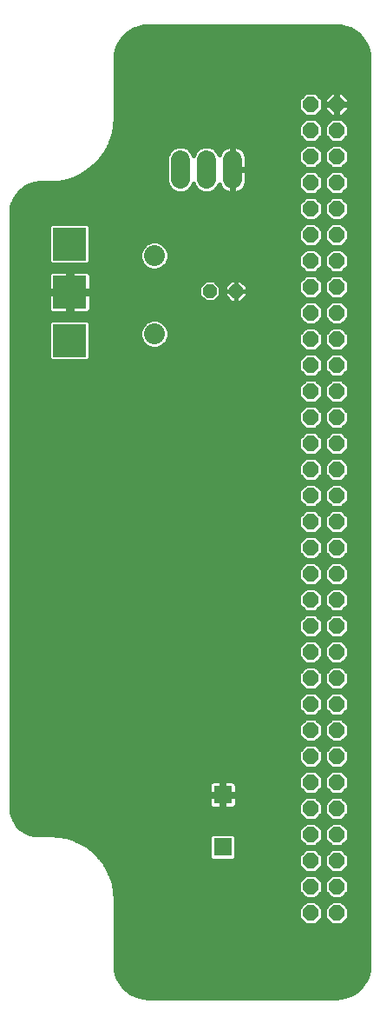
<source format=gbl>
G75*
%MOIN*%
%OFA0B0*%
%FSLAX24Y24*%
%IPPOS*%
%LPD*%
%AMOC8*
5,1,8,0,0,1.08239X$1,22.5*
%
%ADD10OC8,0.0600*%
%ADD11C,0.0740*%
%ADD12OC8,0.0520*%
%ADD13C,0.0800*%
%ADD14R,0.1266X0.1266*%
%ADD15R,0.0709X0.0709*%
%ADD16C,0.0160*%
D10*
X011685Y003430D03*
X011685Y004430D03*
X011685Y005430D03*
X011685Y006430D03*
X011685Y007430D03*
X011685Y008430D03*
X011685Y009430D03*
X011685Y010430D03*
X011685Y011430D03*
X011685Y012430D03*
X011685Y013430D03*
X011685Y014430D03*
X011685Y015430D03*
X011685Y016430D03*
X011685Y017430D03*
X011685Y018430D03*
X011685Y019430D03*
X011685Y020430D03*
X011685Y021430D03*
X011685Y022430D03*
X011685Y023430D03*
X011685Y024430D03*
X011685Y025430D03*
X011685Y026430D03*
X011685Y027430D03*
X011685Y028430D03*
X011685Y029430D03*
X011685Y030430D03*
X011685Y031430D03*
X011685Y032430D03*
X011685Y033430D03*
X011685Y034430D03*
X012685Y034430D03*
X012685Y033430D03*
X012685Y032430D03*
X012685Y031430D03*
X012685Y030430D03*
X012685Y029430D03*
X012685Y028430D03*
X012685Y027430D03*
X012685Y026430D03*
X012685Y025430D03*
X012685Y024430D03*
X012685Y023430D03*
X012685Y022430D03*
X012685Y021430D03*
X012685Y020430D03*
X012685Y019430D03*
X012685Y018430D03*
X012685Y017430D03*
X012685Y016430D03*
X012685Y015430D03*
X012685Y014430D03*
X012685Y013430D03*
X012685Y012430D03*
X012685Y011430D03*
X012685Y010430D03*
X012685Y009430D03*
X012685Y008430D03*
X012685Y007430D03*
X012685Y006430D03*
X012685Y005430D03*
X012685Y004430D03*
X012685Y003430D03*
D11*
X008685Y031560D02*
X008685Y032300D01*
X007685Y032300D02*
X007685Y031560D01*
X006685Y031560D02*
X006685Y032300D01*
D12*
X007815Y027270D03*
X008815Y027270D03*
D13*
X005685Y028630D03*
X005685Y025630D03*
D14*
X002425Y025380D03*
X002425Y027230D03*
X002425Y029080D03*
D15*
X008305Y007950D03*
X008305Y005950D03*
D16*
X002283Y006357D02*
X001987Y006412D01*
X001685Y006430D01*
X001185Y006430D01*
X001043Y006440D01*
X000903Y006471D01*
X000770Y006520D01*
X000645Y006589D01*
X000530Y006674D01*
X000429Y006775D01*
X000344Y006889D01*
X000276Y007015D01*
X000226Y007148D01*
X000195Y007288D01*
X000185Y007430D01*
X000185Y030180D01*
X000182Y030348D01*
X000202Y030515D01*
X000248Y030677D01*
X000316Y030830D01*
X000406Y030972D01*
X000516Y031099D01*
X000643Y031209D01*
X000785Y031299D01*
X000938Y031368D01*
X001100Y031413D01*
X001267Y031434D01*
X001435Y031430D01*
X001734Y031419D01*
X002031Y031444D01*
X002324Y031504D01*
X002607Y031599D01*
X002877Y031726D01*
X003131Y031884D01*
X003363Y032072D01*
X003572Y032285D01*
X003754Y032522D01*
X003906Y032779D01*
X004027Y033052D01*
X004114Y033338D01*
X004167Y033632D01*
X004185Y033930D01*
X004185Y036180D01*
X004198Y036358D01*
X004236Y036532D01*
X004298Y036699D01*
X004384Y036856D01*
X004490Y036999D01*
X004617Y037125D01*
X004759Y037232D01*
X004916Y037317D01*
X005083Y037379D01*
X005257Y037417D01*
X005435Y037430D01*
X012685Y037430D01*
X012863Y037417D01*
X013037Y037379D01*
X013204Y037317D01*
X013361Y037232D01*
X013504Y037125D01*
X013630Y036999D01*
X013737Y036856D01*
X013822Y036699D01*
X013885Y036532D01*
X013922Y036358D01*
X013935Y036180D01*
X013935Y001430D01*
X013922Y001252D01*
X013885Y001078D01*
X013822Y000911D01*
X013737Y000754D01*
X013630Y000611D01*
X013504Y000485D01*
X013361Y000378D01*
X013204Y000293D01*
X013037Y000231D01*
X012863Y000193D01*
X012685Y000180D01*
X005435Y000180D01*
X005257Y000193D01*
X005083Y000231D01*
X004916Y000293D01*
X004759Y000378D01*
X004617Y000485D01*
X004490Y000611D01*
X004384Y000754D01*
X004298Y000911D01*
X004236Y001078D01*
X004198Y001252D01*
X004185Y001430D01*
X004185Y003930D01*
X004167Y004231D01*
X004113Y004528D01*
X004023Y004817D01*
X003899Y005092D01*
X003743Y005350D01*
X003556Y005588D01*
X003343Y005801D01*
X003105Y005987D01*
X002847Y006144D01*
X002572Y006268D01*
X002283Y006357D01*
X002207Y006371D02*
X007792Y006371D01*
X007791Y006371D02*
X007791Y005529D01*
X007885Y005436D01*
X008726Y005436D01*
X008820Y005529D01*
X008820Y006371D01*
X008726Y006464D01*
X007885Y006464D01*
X007791Y006371D01*
X007791Y006213D02*
X002693Y006213D01*
X002995Y006054D02*
X007791Y006054D01*
X007791Y005896D02*
X003222Y005896D01*
X003407Y005737D02*
X007791Y005737D01*
X007791Y005579D02*
X003563Y005579D01*
X003688Y005420D02*
X011225Y005420D01*
X011225Y005262D02*
X003796Y005262D01*
X003892Y005103D02*
X011361Y005103D01*
X011495Y004970D02*
X011225Y005239D01*
X011225Y005621D01*
X011495Y005890D01*
X011876Y005890D01*
X012145Y005621D01*
X012145Y005239D01*
X011876Y004970D01*
X011495Y004970D01*
X011495Y004890D02*
X011225Y004621D01*
X011225Y004239D01*
X011495Y003970D01*
X011876Y003970D01*
X012145Y004239D01*
X012145Y004621D01*
X011876Y004890D01*
X011495Y004890D01*
X011391Y004786D02*
X004032Y004786D01*
X004081Y004628D02*
X011233Y004628D01*
X011225Y004469D02*
X004123Y004469D01*
X004152Y004311D02*
X011225Y004311D01*
X011312Y004152D02*
X004172Y004152D01*
X004181Y003994D02*
X011471Y003994D01*
X011495Y003890D02*
X011225Y003621D01*
X011225Y003239D01*
X011495Y002970D01*
X011876Y002970D01*
X012145Y003239D01*
X012145Y003621D01*
X011876Y003890D01*
X011495Y003890D01*
X011440Y003835D02*
X004185Y003835D01*
X004185Y003677D02*
X011282Y003677D01*
X011225Y003518D02*
X004185Y003518D01*
X004185Y003360D02*
X011225Y003360D01*
X011263Y003201D02*
X004185Y003201D01*
X004185Y003043D02*
X011422Y003043D01*
X011949Y003043D02*
X012422Y003043D01*
X012495Y002970D02*
X012876Y002970D01*
X013145Y003239D01*
X013145Y003621D01*
X012876Y003890D01*
X012495Y003890D01*
X012225Y003621D01*
X012225Y003239D01*
X012495Y002970D01*
X012263Y003201D02*
X012107Y003201D01*
X012145Y003360D02*
X012225Y003360D01*
X012225Y003518D02*
X012145Y003518D01*
X012089Y003677D02*
X012282Y003677D01*
X012440Y003835D02*
X011930Y003835D01*
X011900Y003994D02*
X012471Y003994D01*
X012495Y003970D02*
X012876Y003970D01*
X013145Y004239D01*
X013145Y004621D01*
X012876Y004890D01*
X012495Y004890D01*
X012225Y004621D01*
X012225Y004239D01*
X012495Y003970D01*
X012312Y004152D02*
X012058Y004152D01*
X012145Y004311D02*
X012225Y004311D01*
X012225Y004469D02*
X012145Y004469D01*
X012138Y004628D02*
X012233Y004628D01*
X012391Y004786D02*
X011979Y004786D01*
X012009Y005103D02*
X012361Y005103D01*
X012495Y004970D02*
X012225Y005239D01*
X012225Y005621D01*
X012495Y005890D01*
X012876Y005890D01*
X013145Y005621D01*
X013145Y005239D01*
X012876Y004970D01*
X012495Y004970D01*
X012225Y005262D02*
X012145Y005262D01*
X012145Y005420D02*
X012225Y005420D01*
X012225Y005579D02*
X012145Y005579D01*
X012028Y005737D02*
X012342Y005737D01*
X012495Y005970D02*
X012225Y006239D01*
X012225Y006621D01*
X012495Y006890D01*
X012876Y006890D01*
X013145Y006621D01*
X013145Y006239D01*
X012876Y005970D01*
X012495Y005970D01*
X012410Y006054D02*
X011960Y006054D01*
X011876Y005970D02*
X012145Y006239D01*
X012145Y006621D01*
X011876Y006890D01*
X011495Y006890D01*
X011225Y006621D01*
X011225Y006239D01*
X011495Y005970D01*
X011876Y005970D01*
X012119Y006213D02*
X012252Y006213D01*
X012225Y006371D02*
X012145Y006371D01*
X012145Y006530D02*
X012225Y006530D01*
X012293Y006688D02*
X012077Y006688D01*
X011919Y006847D02*
X012452Y006847D01*
X012495Y006970D02*
X012876Y006970D01*
X013145Y007239D01*
X013145Y007621D01*
X012876Y007890D01*
X012495Y007890D01*
X012225Y007621D01*
X012225Y007239D01*
X012495Y006970D01*
X012459Y007005D02*
X011911Y007005D01*
X011876Y006970D02*
X012145Y007239D01*
X012145Y007621D01*
X011876Y007890D01*
X011495Y007890D01*
X011225Y007621D01*
X011225Y007239D01*
X011495Y006970D01*
X011876Y006970D01*
X012070Y007164D02*
X012301Y007164D01*
X012225Y007322D02*
X012145Y007322D01*
X012145Y007481D02*
X012225Y007481D01*
X012244Y007639D02*
X012126Y007639D01*
X011968Y007798D02*
X012403Y007798D01*
X012495Y007970D02*
X012225Y008239D01*
X012225Y008621D01*
X012495Y008890D01*
X012876Y008890D01*
X013145Y008621D01*
X013145Y008239D01*
X012876Y007970D01*
X012495Y007970D01*
X012350Y008115D02*
X012021Y008115D01*
X012145Y008239D02*
X012145Y008621D01*
X011876Y008890D01*
X011495Y008890D01*
X011225Y008621D01*
X011225Y008239D01*
X011495Y007970D01*
X011876Y007970D01*
X012145Y008239D01*
X012145Y008273D02*
X012225Y008273D01*
X012225Y008432D02*
X012145Y008432D01*
X012145Y008590D02*
X012225Y008590D01*
X012354Y008749D02*
X012017Y008749D01*
X011876Y008970D02*
X012145Y009239D01*
X012145Y009621D01*
X011876Y009890D01*
X011495Y009890D01*
X011225Y009621D01*
X011225Y009239D01*
X011495Y008970D01*
X011876Y008970D01*
X011972Y009066D02*
X012399Y009066D01*
X012495Y008970D02*
X012876Y008970D01*
X013145Y009239D01*
X013145Y009621D01*
X012876Y009890D01*
X012495Y009890D01*
X012225Y009621D01*
X012225Y009239D01*
X012495Y008970D01*
X012240Y009224D02*
X012130Y009224D01*
X012145Y009383D02*
X012225Y009383D01*
X012225Y009541D02*
X012145Y009541D01*
X012066Y009700D02*
X012305Y009700D01*
X012463Y009858D02*
X011907Y009858D01*
X011876Y009970D02*
X012145Y010239D01*
X012145Y010621D01*
X011876Y010890D01*
X011495Y010890D01*
X011225Y010621D01*
X011225Y010239D01*
X011495Y009970D01*
X011876Y009970D01*
X011923Y010017D02*
X012448Y010017D01*
X012495Y009970D02*
X012876Y009970D01*
X013145Y010239D01*
X013145Y010621D01*
X012876Y010890D01*
X012495Y010890D01*
X012225Y010621D01*
X012225Y010239D01*
X012495Y009970D01*
X012289Y010175D02*
X012081Y010175D01*
X012145Y010334D02*
X012225Y010334D01*
X012225Y010492D02*
X012145Y010492D01*
X012115Y010651D02*
X012256Y010651D01*
X012414Y010809D02*
X011956Y010809D01*
X011876Y010970D02*
X012145Y011239D01*
X012145Y011621D01*
X011876Y011890D01*
X011495Y011890D01*
X011225Y011621D01*
X011225Y011239D01*
X011495Y010970D01*
X011876Y010970D01*
X012032Y011126D02*
X012338Y011126D01*
X012225Y011239D02*
X012225Y011621D01*
X012495Y011890D01*
X012876Y011890D01*
X013145Y011621D01*
X013145Y011239D01*
X012876Y010970D01*
X012495Y010970D01*
X012225Y011239D01*
X012225Y011285D02*
X012145Y011285D01*
X012145Y011443D02*
X012225Y011443D01*
X012225Y011602D02*
X012145Y011602D01*
X012005Y011760D02*
X012365Y011760D01*
X012495Y011970D02*
X012225Y012239D01*
X012225Y012621D01*
X012495Y012890D01*
X012876Y012890D01*
X013145Y012621D01*
X013145Y012239D01*
X012876Y011970D01*
X012495Y011970D01*
X012387Y012077D02*
X011983Y012077D01*
X011876Y011970D02*
X012145Y012239D01*
X012145Y012621D01*
X011876Y012890D01*
X011495Y012890D01*
X011225Y012621D01*
X011225Y012239D01*
X011495Y011970D01*
X011876Y011970D01*
X012142Y012236D02*
X012229Y012236D01*
X012225Y012394D02*
X012145Y012394D01*
X012145Y012553D02*
X012225Y012553D01*
X012316Y012711D02*
X012054Y012711D01*
X011896Y012870D02*
X012475Y012870D01*
X012495Y012970D02*
X012876Y012970D01*
X013145Y013239D01*
X013145Y013621D01*
X012876Y013890D01*
X012495Y013890D01*
X012225Y013621D01*
X012225Y013239D01*
X012495Y012970D01*
X012436Y013028D02*
X011934Y013028D01*
X011876Y012970D02*
X012145Y013239D01*
X012145Y013621D01*
X011876Y013890D01*
X011495Y013890D01*
X011225Y013621D01*
X011225Y013239D01*
X011495Y012970D01*
X011876Y012970D01*
X012093Y013187D02*
X012278Y013187D01*
X012225Y013345D02*
X012145Y013345D01*
X012145Y013504D02*
X012225Y013504D01*
X012267Y013662D02*
X012103Y013662D01*
X011945Y013821D02*
X012426Y013821D01*
X012495Y013970D02*
X012876Y013970D01*
X013145Y014239D01*
X013145Y014621D01*
X012876Y014890D01*
X012495Y014890D01*
X012225Y014621D01*
X012225Y014239D01*
X012495Y013970D01*
X012485Y013979D02*
X011885Y013979D01*
X011876Y013970D02*
X012145Y014239D01*
X012145Y014621D01*
X011876Y014890D01*
X011495Y014890D01*
X011225Y014621D01*
X011225Y014239D01*
X011495Y013970D01*
X011876Y013970D01*
X012044Y014138D02*
X012327Y014138D01*
X012225Y014296D02*
X012145Y014296D01*
X012145Y014455D02*
X012225Y014455D01*
X012225Y014613D02*
X012145Y014613D01*
X011994Y014772D02*
X012377Y014772D01*
X012495Y014970D02*
X012225Y015239D01*
X012225Y015621D01*
X012495Y015890D01*
X012876Y015890D01*
X013145Y015621D01*
X013145Y015239D01*
X012876Y014970D01*
X012495Y014970D01*
X012376Y015089D02*
X011995Y015089D01*
X011876Y014970D02*
X012145Y015239D01*
X012145Y015621D01*
X011876Y015890D01*
X011495Y015890D01*
X011225Y015621D01*
X011225Y015239D01*
X011495Y014970D01*
X011876Y014970D01*
X012145Y015247D02*
X012225Y015247D01*
X012225Y015406D02*
X012145Y015406D01*
X012145Y015564D02*
X012225Y015564D01*
X012328Y015723D02*
X012043Y015723D01*
X011884Y015881D02*
X012486Y015881D01*
X012495Y015970D02*
X012876Y015970D01*
X013145Y016239D01*
X013145Y016621D01*
X012876Y016890D01*
X012495Y016890D01*
X012225Y016621D01*
X012225Y016239D01*
X012495Y015970D01*
X012425Y016040D02*
X011946Y016040D01*
X011876Y015970D02*
X012145Y016239D01*
X012145Y016621D01*
X011876Y016890D01*
X011495Y016890D01*
X011225Y016621D01*
X011225Y016239D01*
X011495Y015970D01*
X011876Y015970D01*
X012104Y016198D02*
X012266Y016198D01*
X012225Y016357D02*
X012145Y016357D01*
X012145Y016515D02*
X012225Y016515D01*
X012279Y016674D02*
X012092Y016674D01*
X011933Y016832D02*
X012437Y016832D01*
X012495Y016970D02*
X012876Y016970D01*
X013145Y017239D01*
X013145Y017621D01*
X012876Y017890D01*
X012495Y017890D01*
X012225Y017621D01*
X012225Y017239D01*
X012495Y016970D01*
X012474Y016991D02*
X011897Y016991D01*
X011876Y016970D02*
X012145Y017239D01*
X012145Y017621D01*
X011876Y017890D01*
X011495Y017890D01*
X011225Y017621D01*
X011225Y017239D01*
X011495Y016970D01*
X011876Y016970D01*
X012055Y017149D02*
X012315Y017149D01*
X012225Y017308D02*
X012145Y017308D01*
X012145Y017466D02*
X012225Y017466D01*
X012230Y017625D02*
X012141Y017625D01*
X011982Y017783D02*
X012388Y017783D01*
X012495Y017970D02*
X012225Y018239D01*
X012225Y018621D01*
X012495Y018890D01*
X012876Y018890D01*
X013145Y018621D01*
X013145Y018239D01*
X012876Y017970D01*
X012495Y017970D01*
X012364Y018100D02*
X012006Y018100D01*
X011876Y017970D02*
X012145Y018239D01*
X012145Y018621D01*
X011876Y018890D01*
X011495Y018890D01*
X011225Y018621D01*
X011225Y018239D01*
X011495Y017970D01*
X011876Y017970D01*
X012145Y018259D02*
X012225Y018259D01*
X012225Y018417D02*
X012145Y018417D01*
X012145Y018576D02*
X012225Y018576D01*
X012339Y018734D02*
X012031Y018734D01*
X011876Y018970D02*
X012145Y019239D01*
X012145Y019621D01*
X011876Y019890D01*
X011495Y019890D01*
X011225Y019621D01*
X011225Y019239D01*
X011495Y018970D01*
X011876Y018970D01*
X011957Y019051D02*
X012413Y019051D01*
X012495Y018970D02*
X012225Y019239D01*
X012225Y019621D01*
X012495Y019890D01*
X012876Y019890D01*
X013145Y019621D01*
X013145Y019239D01*
X012876Y018970D01*
X012495Y018970D01*
X012255Y019210D02*
X012116Y019210D01*
X012145Y019368D02*
X012225Y019368D01*
X012225Y019527D02*
X012145Y019527D01*
X012080Y019685D02*
X012290Y019685D01*
X012449Y019844D02*
X011922Y019844D01*
X011876Y019970D02*
X012145Y020239D01*
X012145Y020621D01*
X011876Y020890D01*
X011495Y020890D01*
X011225Y020621D01*
X011225Y020239D01*
X011495Y019970D01*
X011876Y019970D01*
X011908Y020002D02*
X012462Y020002D01*
X012495Y019970D02*
X012876Y019970D01*
X013145Y020239D01*
X013145Y020621D01*
X012876Y020890D01*
X012495Y020890D01*
X012225Y020621D01*
X012225Y020239D01*
X012495Y019970D01*
X012304Y020161D02*
X012067Y020161D01*
X012145Y020319D02*
X012225Y020319D01*
X012225Y020478D02*
X012145Y020478D01*
X012129Y020636D02*
X012241Y020636D01*
X012400Y020795D02*
X011971Y020795D01*
X011876Y020970D02*
X012145Y021239D01*
X012145Y021621D01*
X011876Y021890D01*
X011495Y021890D01*
X011225Y021621D01*
X011225Y021239D01*
X011495Y020970D01*
X011876Y020970D01*
X012018Y021112D02*
X012353Y021112D01*
X012225Y021239D02*
X012225Y021621D01*
X012495Y021890D01*
X012876Y021890D01*
X013145Y021621D01*
X013145Y021239D01*
X012876Y020970D01*
X012495Y020970D01*
X012225Y021239D01*
X012225Y021270D02*
X012145Y021270D01*
X012145Y021429D02*
X012225Y021429D01*
X012225Y021587D02*
X012145Y021587D01*
X012020Y021746D02*
X012351Y021746D01*
X012495Y021970D02*
X012876Y021970D01*
X013145Y022239D01*
X013145Y022621D01*
X012876Y022890D01*
X012495Y022890D01*
X012225Y022621D01*
X012225Y022239D01*
X012495Y021970D01*
X012402Y022063D02*
X011969Y022063D01*
X011876Y021970D02*
X012145Y022239D01*
X012145Y022621D01*
X011876Y022890D01*
X011495Y022890D01*
X011225Y022621D01*
X011225Y022239D01*
X011495Y021970D01*
X011876Y021970D01*
X012127Y022221D02*
X012243Y022221D01*
X012225Y022380D02*
X012145Y022380D01*
X012145Y022538D02*
X012225Y022538D01*
X012302Y022697D02*
X012069Y022697D01*
X011910Y022855D02*
X012460Y022855D01*
X012495Y022970D02*
X012876Y022970D01*
X013145Y023239D01*
X013145Y023621D01*
X012876Y023890D01*
X012495Y023890D01*
X012225Y023621D01*
X012225Y023239D01*
X012495Y022970D01*
X012451Y023014D02*
X011920Y023014D01*
X011876Y022970D02*
X012145Y023239D01*
X012145Y023621D01*
X011876Y023890D01*
X011495Y023890D01*
X011225Y023621D01*
X011225Y023239D01*
X011495Y022970D01*
X011876Y022970D01*
X012078Y023172D02*
X012292Y023172D01*
X012225Y023331D02*
X012145Y023331D01*
X012145Y023489D02*
X012225Y023489D01*
X012253Y023648D02*
X012118Y023648D01*
X011959Y023806D02*
X012411Y023806D01*
X012495Y023970D02*
X012225Y024239D01*
X012225Y024621D01*
X012495Y024890D01*
X012876Y024890D01*
X013145Y024621D01*
X013145Y024239D01*
X012876Y023970D01*
X012495Y023970D01*
X012341Y024123D02*
X012029Y024123D01*
X012145Y024239D02*
X011876Y023970D01*
X011495Y023970D01*
X011225Y024239D01*
X011225Y024621D01*
X011495Y024890D01*
X011876Y024890D01*
X012145Y024621D01*
X012145Y024239D01*
X012145Y024282D02*
X012225Y024282D01*
X012225Y024440D02*
X012145Y024440D01*
X012145Y024599D02*
X012225Y024599D01*
X012362Y024757D02*
X012008Y024757D01*
X011876Y024970D02*
X012145Y025239D01*
X012145Y025621D01*
X011876Y025890D01*
X011495Y025890D01*
X011225Y025621D01*
X011225Y025239D01*
X011495Y024970D01*
X011876Y024970D01*
X011980Y025074D02*
X012390Y025074D01*
X012495Y024970D02*
X012225Y025239D01*
X012225Y025621D01*
X012495Y025890D01*
X012876Y025890D01*
X013145Y025621D01*
X013145Y025239D01*
X012876Y024970D01*
X012495Y024970D01*
X012232Y025233D02*
X012139Y025233D01*
X012145Y025391D02*
X012225Y025391D01*
X012225Y025550D02*
X012145Y025550D01*
X012057Y025708D02*
X012313Y025708D01*
X012472Y025867D02*
X011899Y025867D01*
X011876Y025970D02*
X012145Y026239D01*
X012145Y026621D01*
X011876Y026890D01*
X011495Y026890D01*
X011225Y026621D01*
X011225Y026239D01*
X011495Y025970D01*
X011876Y025970D01*
X011931Y026025D02*
X012439Y026025D01*
X012495Y025970D02*
X012876Y025970D01*
X013145Y026239D01*
X013145Y026621D01*
X012876Y026890D01*
X012495Y026890D01*
X012225Y026621D01*
X012225Y026239D01*
X012495Y025970D01*
X012281Y026184D02*
X012090Y026184D01*
X012145Y026342D02*
X012225Y026342D01*
X012225Y026501D02*
X012145Y026501D01*
X012106Y026659D02*
X012264Y026659D01*
X012423Y026818D02*
X011948Y026818D01*
X011876Y026970D02*
X012145Y027239D01*
X012145Y027621D01*
X011876Y027890D01*
X011495Y027890D01*
X011225Y027621D01*
X011225Y027239D01*
X011495Y026970D01*
X011876Y026970D01*
X011882Y026976D02*
X012488Y026976D01*
X012495Y026970D02*
X012876Y026970D01*
X013145Y027239D01*
X013145Y027621D01*
X012876Y027890D01*
X012495Y027890D01*
X012225Y027621D01*
X012225Y027239D01*
X012495Y026970D01*
X012330Y027135D02*
X012041Y027135D01*
X012145Y027293D02*
X012225Y027293D01*
X012225Y027452D02*
X012145Y027452D01*
X012145Y027610D02*
X012225Y027610D01*
X012374Y027769D02*
X011997Y027769D01*
X011876Y027970D02*
X012145Y028239D01*
X012145Y028621D01*
X011876Y028890D01*
X011495Y028890D01*
X011225Y028621D01*
X011225Y028239D01*
X011495Y027970D01*
X011876Y027970D01*
X011992Y028086D02*
X012379Y028086D01*
X012495Y027970D02*
X012225Y028239D01*
X012225Y028621D01*
X012495Y028890D01*
X012876Y028890D01*
X013145Y028621D01*
X013145Y028239D01*
X012876Y027970D01*
X012495Y027970D01*
X012225Y028244D02*
X012145Y028244D01*
X012145Y028403D02*
X012225Y028403D01*
X012225Y028561D02*
X012145Y028561D01*
X012046Y028720D02*
X012325Y028720D01*
X012483Y028878D02*
X011887Y028878D01*
X011876Y028970D02*
X012145Y029239D01*
X012145Y029621D01*
X011876Y029890D01*
X011495Y029890D01*
X011225Y029621D01*
X011225Y029239D01*
X011495Y028970D01*
X011876Y028970D01*
X011943Y029037D02*
X012428Y029037D01*
X012495Y028970D02*
X012876Y028970D01*
X013145Y029239D01*
X013145Y029621D01*
X012876Y029890D01*
X012495Y029890D01*
X012225Y029621D01*
X012225Y029239D01*
X012495Y028970D01*
X012269Y029195D02*
X012101Y029195D01*
X012145Y029354D02*
X012225Y029354D01*
X012225Y029512D02*
X012145Y029512D01*
X012095Y029671D02*
X012276Y029671D01*
X012434Y029829D02*
X011936Y029829D01*
X011876Y029970D02*
X012145Y030239D01*
X012145Y030621D01*
X011876Y030890D01*
X011495Y030890D01*
X011225Y030621D01*
X011225Y030239D01*
X011495Y029970D01*
X011876Y029970D01*
X011894Y029988D02*
X012477Y029988D01*
X012495Y029970D02*
X012876Y029970D01*
X013145Y030239D01*
X013145Y030621D01*
X012876Y030890D01*
X012495Y030890D01*
X012225Y030621D01*
X012225Y030239D01*
X012495Y029970D01*
X012318Y030146D02*
X012052Y030146D01*
X012145Y030305D02*
X012225Y030305D01*
X012225Y030463D02*
X012145Y030463D01*
X012144Y030622D02*
X012227Y030622D01*
X012385Y030780D02*
X011985Y030780D01*
X011876Y030970D02*
X012145Y031239D01*
X012145Y031621D01*
X011876Y031890D01*
X012495Y031890D01*
X012225Y031621D01*
X012225Y031239D01*
X012495Y030970D01*
X012876Y030970D01*
X013145Y031239D01*
X013145Y031621D01*
X012876Y031890D01*
X013935Y031890D01*
X013935Y032048D02*
X012954Y032048D01*
X012876Y031970D02*
X013145Y032239D01*
X013145Y032621D01*
X012876Y032890D01*
X012495Y032890D01*
X012225Y032621D01*
X012225Y032239D01*
X012495Y031970D01*
X012876Y031970D01*
X012876Y031890D02*
X012495Y031890D01*
X012416Y032048D02*
X011954Y032048D01*
X011876Y031970D02*
X012145Y032239D01*
X012145Y032621D01*
X011876Y032890D01*
X011495Y032890D01*
X011225Y032621D01*
X011225Y032239D01*
X011495Y031970D01*
X011876Y031970D01*
X011876Y031890D02*
X011495Y031890D01*
X011225Y031621D01*
X011225Y031239D01*
X011495Y030970D01*
X011876Y030970D01*
X012003Y031097D02*
X012367Y031097D01*
X012225Y031256D02*
X012145Y031256D01*
X012145Y031414D02*
X012225Y031414D01*
X012225Y031573D02*
X012145Y031573D01*
X012034Y031731D02*
X012336Y031731D01*
X012258Y032207D02*
X012113Y032207D01*
X012145Y032365D02*
X012225Y032365D01*
X012225Y032524D02*
X012145Y032524D01*
X012083Y032682D02*
X012287Y032682D01*
X012446Y032841D02*
X011925Y032841D01*
X011876Y032970D02*
X012145Y033239D01*
X012145Y033621D01*
X011876Y033890D01*
X011495Y033890D01*
X011225Y033621D01*
X011225Y033239D01*
X011495Y032970D01*
X011876Y032970D01*
X011905Y032999D02*
X012465Y032999D01*
X012495Y032970D02*
X012876Y032970D01*
X013145Y033239D01*
X013145Y033621D01*
X012876Y033890D01*
X012495Y033890D01*
X012225Y033621D01*
X012225Y033239D01*
X012495Y032970D01*
X012307Y033158D02*
X012064Y033158D01*
X012145Y033316D02*
X012225Y033316D01*
X012225Y033475D02*
X012145Y033475D01*
X012132Y033633D02*
X012238Y033633D01*
X012397Y033792D02*
X011974Y033792D01*
X011876Y033970D02*
X012145Y034239D01*
X012145Y034621D01*
X011876Y034890D01*
X011495Y034890D01*
X011225Y034621D01*
X011225Y034239D01*
X011495Y033970D01*
X011876Y033970D01*
X012015Y034109D02*
X012327Y034109D01*
X012205Y034231D02*
X012486Y033950D01*
X012665Y033950D01*
X012665Y034410D01*
X012205Y034410D01*
X012205Y034231D01*
X012205Y034267D02*
X012145Y034267D01*
X012145Y034426D02*
X012665Y034426D01*
X012665Y034410D02*
X012665Y034450D01*
X012205Y034450D01*
X012205Y034629D01*
X012486Y034910D01*
X012665Y034910D01*
X012665Y034450D01*
X012705Y034450D01*
X012705Y034910D01*
X012884Y034910D01*
X013165Y034629D01*
X013165Y034450D01*
X012705Y034450D01*
X012705Y034410D01*
X012705Y033950D01*
X012884Y033950D01*
X013165Y034231D01*
X013165Y034410D01*
X012705Y034410D01*
X012665Y034410D01*
X012705Y034426D02*
X013935Y034426D01*
X013935Y034584D02*
X013165Y034584D01*
X013051Y034743D02*
X013935Y034743D01*
X013935Y034901D02*
X012893Y034901D01*
X012705Y034901D02*
X012665Y034901D01*
X012665Y034743D02*
X012705Y034743D01*
X012705Y034584D02*
X012665Y034584D01*
X012665Y034267D02*
X012705Y034267D01*
X012705Y034109D02*
X012665Y034109D01*
X012665Y033950D02*
X012705Y033950D01*
X012884Y033950D02*
X013935Y033950D01*
X013935Y033792D02*
X012974Y033792D01*
X013043Y034109D02*
X013935Y034109D01*
X013935Y034267D02*
X013165Y034267D01*
X013132Y033633D02*
X013935Y033633D01*
X013935Y033475D02*
X013145Y033475D01*
X013145Y033316D02*
X013935Y033316D01*
X013935Y033158D02*
X013064Y033158D01*
X012905Y032999D02*
X013935Y032999D01*
X013935Y032841D02*
X012925Y032841D01*
X013083Y032682D02*
X013935Y032682D01*
X013935Y032524D02*
X013145Y032524D01*
X013145Y032365D02*
X013935Y032365D01*
X013935Y032207D02*
X013113Y032207D01*
X013034Y031731D02*
X013935Y031731D01*
X013935Y031573D02*
X013145Y031573D01*
X013145Y031414D02*
X013935Y031414D01*
X013935Y031256D02*
X013145Y031256D01*
X013003Y031097D02*
X013935Y031097D01*
X013935Y030939D02*
X000385Y030939D01*
X000294Y030780D02*
X011385Y030780D01*
X011227Y030622D02*
X000232Y030622D01*
X000196Y030463D02*
X011225Y030463D01*
X011225Y030305D02*
X000182Y030305D01*
X000185Y030146D02*
X011318Y030146D01*
X011477Y029988D02*
X000185Y029988D01*
X000185Y029829D02*
X001682Y029829D01*
X001726Y029873D02*
X001632Y029779D01*
X001632Y028381D01*
X001726Y028287D01*
X003125Y028287D01*
X003218Y028381D01*
X003218Y029779D01*
X003125Y029873D01*
X001726Y029873D01*
X001632Y029671D02*
X000185Y029671D01*
X000185Y029512D02*
X001632Y029512D01*
X001632Y029354D02*
X000185Y029354D01*
X000185Y029195D02*
X001632Y029195D01*
X001632Y029037D02*
X000185Y029037D01*
X000185Y028878D02*
X001632Y028878D01*
X001632Y028720D02*
X000185Y028720D01*
X000185Y028561D02*
X001632Y028561D01*
X001632Y028403D02*
X000185Y028403D01*
X000185Y028244D02*
X005279Y028244D01*
X005210Y028313D02*
X005368Y028155D01*
X005574Y028070D01*
X005797Y028070D01*
X006002Y028155D01*
X006160Y028313D01*
X006245Y028519D01*
X006245Y028741D01*
X006160Y028947D01*
X006002Y029105D01*
X005797Y029190D01*
X005574Y029190D01*
X005368Y029105D01*
X005210Y028947D01*
X005125Y028741D01*
X005125Y028519D01*
X005210Y028313D01*
X005173Y028403D02*
X003218Y028403D01*
X003218Y028561D02*
X005125Y028561D01*
X005125Y028720D02*
X003218Y028720D01*
X003218Y028878D02*
X005182Y028878D01*
X005300Y029037D02*
X003218Y029037D01*
X003218Y029195D02*
X011269Y029195D01*
X011225Y029354D02*
X003218Y029354D01*
X003218Y029512D02*
X011225Y029512D01*
X011276Y029671D02*
X003218Y029671D01*
X003168Y029829D02*
X011434Y029829D01*
X011428Y029037D02*
X006070Y029037D01*
X006188Y028878D02*
X011483Y028878D01*
X011325Y028720D02*
X006245Y028720D01*
X006245Y028561D02*
X011225Y028561D01*
X011225Y028403D02*
X006197Y028403D01*
X006092Y028244D02*
X011225Y028244D01*
X011379Y028086D02*
X005835Y028086D01*
X005535Y028086D02*
X000185Y028086D01*
X000185Y027927D02*
X001623Y027927D01*
X001624Y027933D02*
X001612Y027887D01*
X001612Y027310D01*
X002345Y027310D01*
X002345Y027150D01*
X001612Y027150D01*
X001612Y026573D01*
X001624Y026527D01*
X001648Y026486D01*
X001682Y026453D01*
X001723Y026429D01*
X001768Y026417D01*
X002345Y026417D01*
X002345Y027150D01*
X002505Y027150D01*
X002505Y026417D01*
X003082Y026417D01*
X003128Y026429D01*
X003169Y026453D01*
X003202Y026486D01*
X003226Y026527D01*
X003238Y026573D01*
X003238Y027150D01*
X002505Y027150D01*
X002505Y027310D01*
X002345Y027310D01*
X002345Y028043D01*
X001768Y028043D01*
X001723Y028031D01*
X001682Y028007D01*
X001648Y027974D01*
X001624Y027933D01*
X001612Y027769D02*
X000185Y027769D01*
X000185Y027610D02*
X001612Y027610D01*
X001612Y027452D02*
X000185Y027452D01*
X000185Y027293D02*
X002345Y027293D01*
X002345Y027135D02*
X002505Y027135D01*
X002505Y027293D02*
X007395Y027293D01*
X007395Y027444D02*
X007395Y027096D01*
X007641Y026850D01*
X007989Y026850D01*
X008235Y027096D01*
X008235Y027444D01*
X007989Y027690D01*
X007641Y027690D01*
X007395Y027444D01*
X007403Y027452D02*
X003238Y027452D01*
X003238Y027310D02*
X003238Y027887D01*
X003226Y027933D01*
X003202Y027974D01*
X003169Y028007D01*
X003128Y028031D01*
X003082Y028043D01*
X002505Y028043D01*
X002505Y027310D01*
X003238Y027310D01*
X003238Y027135D02*
X007395Y027135D01*
X007515Y026976D02*
X003238Y026976D01*
X003238Y026818D02*
X011423Y026818D01*
X011488Y026976D02*
X009144Y026976D01*
X009255Y027088D02*
X009255Y027270D01*
X009255Y027452D01*
X011225Y027452D01*
X011225Y027610D02*
X009097Y027610D01*
X008997Y027710D02*
X009255Y027452D01*
X009255Y027293D02*
X011225Y027293D01*
X011330Y027135D02*
X009255Y027135D01*
X009255Y027088D02*
X008997Y026830D01*
X008815Y026830D01*
X008815Y027270D01*
X008375Y027270D01*
X008815Y027270D01*
X008815Y027270D01*
X008815Y027270D01*
X008815Y027710D01*
X008633Y027710D01*
X008375Y027452D01*
X008227Y027452D01*
X008375Y027452D02*
X008375Y027270D01*
X008375Y027088D01*
X008633Y026830D01*
X008815Y026830D01*
X008815Y027270D01*
X008815Y027270D01*
X008815Y027710D01*
X008997Y027710D01*
X008815Y027610D02*
X008815Y027610D01*
X008815Y027452D02*
X008815Y027452D01*
X008815Y027293D02*
X008815Y027293D01*
X008815Y027270D02*
X009255Y027270D01*
X008815Y027270D01*
X008815Y027270D01*
X008815Y027135D02*
X008815Y027135D01*
X008815Y026976D02*
X008815Y026976D01*
X008486Y026976D02*
X008116Y026976D01*
X008235Y027135D02*
X008375Y027135D01*
X008375Y027293D02*
X008235Y027293D01*
X008069Y027610D02*
X008533Y027610D01*
X007562Y027610D02*
X003238Y027610D01*
X003238Y027769D02*
X011374Y027769D01*
X011264Y026659D02*
X003238Y026659D01*
X003211Y026501D02*
X011225Y026501D01*
X011225Y026342D02*
X000185Y026342D01*
X000185Y026184D02*
X005559Y026184D01*
X005574Y026190D02*
X005368Y026105D01*
X005210Y025947D01*
X005125Y025741D01*
X005125Y025519D01*
X005210Y025313D01*
X005368Y025155D01*
X005574Y025070D01*
X005797Y025070D01*
X006002Y025155D01*
X006160Y025313D01*
X006245Y025519D01*
X006245Y025741D01*
X006160Y025947D01*
X006002Y026105D01*
X005797Y026190D01*
X005574Y026190D01*
X005811Y026184D02*
X011281Y026184D01*
X011313Y025708D02*
X006245Y025708D01*
X006245Y025550D02*
X011225Y025550D01*
X011225Y025391D02*
X006193Y025391D01*
X006080Y025233D02*
X011232Y025233D01*
X011390Y025074D02*
X005807Y025074D01*
X005563Y025074D02*
X003218Y025074D01*
X003218Y024916D02*
X013935Y024916D01*
X013935Y025074D02*
X012980Y025074D01*
X013008Y024757D02*
X013935Y024757D01*
X013935Y024599D02*
X013145Y024599D01*
X013145Y024440D02*
X013935Y024440D01*
X013935Y024282D02*
X013145Y024282D01*
X013029Y024123D02*
X013935Y024123D01*
X013935Y023965D02*
X000185Y023965D01*
X000185Y024123D02*
X011341Y024123D01*
X011225Y024282D02*
X000185Y024282D01*
X000185Y024440D02*
X011225Y024440D01*
X011225Y024599D02*
X003137Y024599D01*
X003125Y024587D02*
X003218Y024681D01*
X003218Y026079D01*
X003125Y026173D01*
X001726Y026173D01*
X001632Y026079D01*
X001632Y024681D01*
X001726Y024587D01*
X003125Y024587D01*
X003218Y024757D02*
X011362Y024757D01*
X011411Y023806D02*
X000185Y023806D01*
X000185Y023648D02*
X011253Y023648D01*
X011225Y023489D02*
X000185Y023489D01*
X000185Y023331D02*
X011225Y023331D01*
X011292Y023172D02*
X000185Y023172D01*
X000185Y023014D02*
X011451Y023014D01*
X011460Y022855D02*
X000185Y022855D01*
X000185Y022697D02*
X011302Y022697D01*
X011225Y022538D02*
X000185Y022538D01*
X000185Y022380D02*
X011225Y022380D01*
X011243Y022221D02*
X000185Y022221D01*
X000185Y022063D02*
X011402Y022063D01*
X011351Y021746D02*
X000185Y021746D01*
X000185Y021904D02*
X013935Y021904D01*
X013935Y021746D02*
X013020Y021746D01*
X013145Y021587D02*
X013935Y021587D01*
X013935Y021429D02*
X013145Y021429D01*
X013145Y021270D02*
X013935Y021270D01*
X013935Y021112D02*
X013018Y021112D01*
X012971Y020795D02*
X013935Y020795D01*
X013935Y020953D02*
X000185Y020953D01*
X000185Y020795D02*
X011400Y020795D01*
X011241Y020636D02*
X000185Y020636D01*
X000185Y020478D02*
X011225Y020478D01*
X011225Y020319D02*
X000185Y020319D01*
X000185Y020161D02*
X011304Y020161D01*
X011462Y020002D02*
X000185Y020002D01*
X000185Y019844D02*
X011449Y019844D01*
X011290Y019685D02*
X000185Y019685D01*
X000185Y019527D02*
X011225Y019527D01*
X011225Y019368D02*
X000185Y019368D01*
X000185Y019210D02*
X011255Y019210D01*
X011413Y019051D02*
X000185Y019051D01*
X000185Y018893D02*
X013935Y018893D01*
X013935Y019051D02*
X012957Y019051D01*
X013116Y019210D02*
X013935Y019210D01*
X013935Y019368D02*
X013145Y019368D01*
X013145Y019527D02*
X013935Y019527D01*
X013935Y019685D02*
X013080Y019685D01*
X012922Y019844D02*
X013935Y019844D01*
X013935Y020002D02*
X012908Y020002D01*
X013067Y020161D02*
X013935Y020161D01*
X013935Y020319D02*
X013145Y020319D01*
X013145Y020478D02*
X013935Y020478D01*
X013935Y020636D02*
X013129Y020636D01*
X012969Y022063D02*
X013935Y022063D01*
X013935Y022221D02*
X013127Y022221D01*
X013145Y022380D02*
X013935Y022380D01*
X013935Y022538D02*
X013145Y022538D01*
X013069Y022697D02*
X013935Y022697D01*
X013935Y022855D02*
X012910Y022855D01*
X012920Y023014D02*
X013935Y023014D01*
X013935Y023172D02*
X013078Y023172D01*
X013145Y023331D02*
X013935Y023331D01*
X013935Y023489D02*
X013145Y023489D01*
X013118Y023648D02*
X013935Y023648D01*
X013935Y023806D02*
X012959Y023806D01*
X013139Y025233D02*
X013935Y025233D01*
X013935Y025391D02*
X013145Y025391D01*
X013145Y025550D02*
X013935Y025550D01*
X013935Y025708D02*
X013057Y025708D01*
X012899Y025867D02*
X013935Y025867D01*
X013935Y026025D02*
X012931Y026025D01*
X013090Y026184D02*
X013935Y026184D01*
X013935Y026342D02*
X013145Y026342D01*
X013145Y026501D02*
X013935Y026501D01*
X013935Y026659D02*
X013106Y026659D01*
X012948Y026818D02*
X013935Y026818D01*
X013935Y026976D02*
X012882Y026976D01*
X013041Y027135D02*
X013935Y027135D01*
X013935Y027293D02*
X013145Y027293D01*
X013145Y027452D02*
X013935Y027452D01*
X013935Y027610D02*
X013145Y027610D01*
X012997Y027769D02*
X013935Y027769D01*
X013935Y027927D02*
X003227Y027927D01*
X002505Y027927D02*
X002345Y027927D01*
X002345Y027769D02*
X002505Y027769D01*
X002505Y027610D02*
X002345Y027610D01*
X002345Y027452D02*
X002505Y027452D01*
X002505Y026976D02*
X002345Y026976D01*
X002345Y026818D02*
X002505Y026818D01*
X002505Y026659D02*
X002345Y026659D01*
X002345Y026501D02*
X002505Y026501D01*
X003218Y026025D02*
X005289Y026025D01*
X005177Y025867D02*
X003218Y025867D01*
X003218Y025708D02*
X005125Y025708D01*
X005125Y025550D02*
X003218Y025550D01*
X003218Y025391D02*
X005178Y025391D01*
X005290Y025233D02*
X003218Y025233D01*
X001714Y024599D02*
X000185Y024599D01*
X000185Y024757D02*
X001632Y024757D01*
X001632Y024916D02*
X000185Y024916D01*
X000185Y025074D02*
X001632Y025074D01*
X001632Y025233D02*
X000185Y025233D01*
X000185Y025391D02*
X001632Y025391D01*
X001632Y025550D02*
X000185Y025550D01*
X000185Y025708D02*
X001632Y025708D01*
X001632Y025867D02*
X000185Y025867D01*
X000185Y026025D02*
X001632Y026025D01*
X001640Y026501D02*
X000185Y026501D01*
X000185Y026659D02*
X001612Y026659D01*
X001612Y026818D02*
X000185Y026818D01*
X000185Y026976D02*
X001612Y026976D01*
X001612Y027135D02*
X000185Y027135D01*
X000514Y031097D02*
X006417Y031097D01*
X006385Y031111D02*
X006580Y031030D01*
X006791Y031030D01*
X006985Y031111D01*
X007134Y031260D01*
X007185Y031382D01*
X007236Y031260D01*
X007385Y031111D01*
X007580Y031030D01*
X007791Y031030D01*
X007985Y031111D01*
X008134Y031260D01*
X008174Y031354D01*
X008175Y031349D01*
X008215Y031272D01*
X008266Y031202D01*
X008327Y031140D01*
X008397Y031090D01*
X008474Y031050D01*
X008556Y031024D01*
X008642Y031010D01*
X008655Y031010D01*
X008655Y031900D01*
X008715Y031900D01*
X008715Y031010D01*
X008728Y031010D01*
X008814Y031024D01*
X008896Y031050D01*
X008973Y031090D01*
X009043Y031140D01*
X009105Y031202D01*
X009156Y031272D01*
X009195Y031349D01*
X009222Y031431D01*
X009235Y031517D01*
X009235Y031900D01*
X008715Y031900D01*
X008715Y031960D01*
X008655Y031960D01*
X008655Y032850D01*
X008642Y032850D01*
X008556Y032836D01*
X008474Y032810D01*
X008397Y032770D01*
X008327Y032720D01*
X008266Y032658D01*
X008215Y032588D01*
X008175Y032511D01*
X008174Y032506D01*
X008134Y032600D01*
X007985Y032749D01*
X007791Y032830D01*
X007580Y032830D01*
X007385Y032749D01*
X007236Y032600D01*
X007185Y032478D01*
X007134Y032600D01*
X006985Y032749D01*
X006791Y032830D01*
X006580Y032830D01*
X006385Y032749D01*
X006236Y032600D01*
X006155Y032405D01*
X006155Y031455D01*
X006236Y031260D01*
X006385Y031111D01*
X006240Y031256D02*
X000717Y031256D01*
X001114Y031414D02*
X006172Y031414D01*
X006155Y031573D02*
X002530Y031573D01*
X002886Y031731D02*
X006155Y031731D01*
X006155Y031890D02*
X003138Y031890D01*
X003334Y032048D02*
X006155Y032048D01*
X006155Y032207D02*
X003495Y032207D01*
X003633Y032365D02*
X006155Y032365D01*
X006204Y032524D02*
X003755Y032524D01*
X003849Y032682D02*
X006318Y032682D01*
X007052Y032682D02*
X007318Y032682D01*
X007204Y032524D02*
X007166Y032524D01*
X007131Y031256D02*
X007240Y031256D01*
X007417Y031097D02*
X006954Y031097D01*
X007954Y031097D02*
X008386Y031097D01*
X008226Y031256D02*
X008131Y031256D01*
X008166Y032524D02*
X008182Y032524D01*
X008290Y032682D02*
X008052Y032682D01*
X008585Y032841D02*
X003933Y032841D01*
X004003Y032999D02*
X011465Y032999D01*
X011446Y032841D02*
X008785Y032841D01*
X008814Y032836D02*
X008728Y032850D01*
X008715Y032850D01*
X008715Y031960D01*
X009235Y031960D01*
X009235Y032343D01*
X009222Y032429D01*
X009195Y032511D01*
X009156Y032588D01*
X009105Y032658D01*
X009043Y032720D01*
X008973Y032770D01*
X008896Y032810D01*
X008814Y032836D01*
X008715Y032841D02*
X008655Y032841D01*
X008655Y032682D02*
X008715Y032682D01*
X008715Y032524D02*
X008655Y032524D01*
X008655Y032365D02*
X008715Y032365D01*
X008715Y032207D02*
X008655Y032207D01*
X008655Y032048D02*
X008715Y032048D01*
X008715Y031890D02*
X008655Y031890D01*
X008655Y031731D02*
X008715Y031731D01*
X008715Y031573D02*
X008655Y031573D01*
X008655Y031414D02*
X008715Y031414D01*
X008715Y031256D02*
X008655Y031256D01*
X008655Y031097D02*
X008715Y031097D01*
X008984Y031097D02*
X011367Y031097D01*
X011225Y031256D02*
X009144Y031256D01*
X009216Y031414D02*
X011225Y031414D01*
X011225Y031573D02*
X009235Y031573D01*
X009235Y031731D02*
X011336Y031731D01*
X011495Y031890D02*
X009235Y031890D01*
X009235Y032048D02*
X011416Y032048D01*
X011258Y032207D02*
X009235Y032207D01*
X009232Y032365D02*
X011225Y032365D01*
X011225Y032524D02*
X009188Y032524D01*
X009081Y032682D02*
X011287Y032682D01*
X011307Y033158D02*
X004059Y033158D01*
X004108Y033316D02*
X011225Y033316D01*
X011225Y033475D02*
X004139Y033475D01*
X004168Y033633D02*
X011238Y033633D01*
X011397Y033792D02*
X004177Y033792D01*
X004185Y033950D02*
X012486Y033950D01*
X012205Y034584D02*
X012145Y034584D01*
X012023Y034743D02*
X012319Y034743D01*
X012478Y034901D02*
X004185Y034901D01*
X004185Y034743D02*
X011348Y034743D01*
X011225Y034584D02*
X004185Y034584D01*
X004185Y034426D02*
X011225Y034426D01*
X011225Y034267D02*
X004185Y034267D01*
X004185Y034109D02*
X011356Y034109D01*
X012985Y030780D02*
X013935Y030780D01*
X013935Y030622D02*
X013144Y030622D01*
X013145Y030463D02*
X013935Y030463D01*
X013935Y030305D02*
X013145Y030305D01*
X013052Y030146D02*
X013935Y030146D01*
X013935Y029988D02*
X012894Y029988D01*
X012936Y029829D02*
X013935Y029829D01*
X013935Y029671D02*
X013095Y029671D01*
X013145Y029512D02*
X013935Y029512D01*
X013935Y029354D02*
X013145Y029354D01*
X013101Y029195D02*
X013935Y029195D01*
X013935Y029037D02*
X012943Y029037D01*
X012887Y028878D02*
X013935Y028878D01*
X013935Y028720D02*
X013046Y028720D01*
X013145Y028561D02*
X013935Y028561D01*
X013935Y028403D02*
X013145Y028403D01*
X013145Y028244D02*
X013935Y028244D01*
X013935Y028086D02*
X012992Y028086D01*
X011439Y026025D02*
X006082Y026025D01*
X006193Y025867D02*
X011472Y025867D01*
X011225Y021587D02*
X000185Y021587D01*
X000185Y021429D02*
X011225Y021429D01*
X011225Y021270D02*
X000185Y021270D01*
X000185Y021112D02*
X011353Y021112D01*
X011339Y018734D02*
X000185Y018734D01*
X000185Y018576D02*
X011225Y018576D01*
X011225Y018417D02*
X000185Y018417D01*
X000185Y018259D02*
X011225Y018259D01*
X011364Y018100D02*
X000185Y018100D01*
X000185Y017942D02*
X013935Y017942D01*
X013935Y018100D02*
X013006Y018100D01*
X013145Y018259D02*
X013935Y018259D01*
X013935Y018417D02*
X013145Y018417D01*
X013145Y018576D02*
X013935Y018576D01*
X013935Y018734D02*
X013031Y018734D01*
X012982Y017783D02*
X013935Y017783D01*
X013935Y017625D02*
X013141Y017625D01*
X013145Y017466D02*
X013935Y017466D01*
X013935Y017308D02*
X013145Y017308D01*
X013055Y017149D02*
X013935Y017149D01*
X013935Y016991D02*
X012897Y016991D01*
X012933Y016832D02*
X013935Y016832D01*
X013935Y016674D02*
X013092Y016674D01*
X013145Y016515D02*
X013935Y016515D01*
X013935Y016357D02*
X013145Y016357D01*
X013104Y016198D02*
X013935Y016198D01*
X013935Y016040D02*
X012946Y016040D01*
X012884Y015881D02*
X013935Y015881D01*
X013935Y015723D02*
X013043Y015723D01*
X013145Y015564D02*
X013935Y015564D01*
X013935Y015406D02*
X013145Y015406D01*
X013145Y015247D02*
X013935Y015247D01*
X013935Y015089D02*
X012995Y015089D01*
X012994Y014772D02*
X013935Y014772D01*
X013935Y014930D02*
X000185Y014930D01*
X000185Y014772D02*
X011377Y014772D01*
X011225Y014613D02*
X000185Y014613D01*
X000185Y014455D02*
X011225Y014455D01*
X011225Y014296D02*
X000185Y014296D01*
X000185Y014138D02*
X011327Y014138D01*
X011485Y013979D02*
X000185Y013979D01*
X000185Y013821D02*
X011426Y013821D01*
X011267Y013662D02*
X000185Y013662D01*
X000185Y013504D02*
X011225Y013504D01*
X011225Y013345D02*
X000185Y013345D01*
X000185Y013187D02*
X011278Y013187D01*
X011436Y013028D02*
X000185Y013028D01*
X000185Y012870D02*
X011475Y012870D01*
X011316Y012711D02*
X000185Y012711D01*
X000185Y012553D02*
X011225Y012553D01*
X011225Y012394D02*
X000185Y012394D01*
X000185Y012236D02*
X011229Y012236D01*
X011387Y012077D02*
X000185Y012077D01*
X000185Y011919D02*
X013935Y011919D01*
X013935Y012077D02*
X012983Y012077D01*
X013005Y011760D02*
X013935Y011760D01*
X013935Y011602D02*
X013145Y011602D01*
X013145Y011443D02*
X013935Y011443D01*
X013935Y011285D02*
X013145Y011285D01*
X013032Y011126D02*
X013935Y011126D01*
X013935Y010968D02*
X000185Y010968D01*
X000185Y011126D02*
X011338Y011126D01*
X011225Y011285D02*
X000185Y011285D01*
X000185Y011443D02*
X011225Y011443D01*
X011225Y011602D02*
X000185Y011602D01*
X000185Y011760D02*
X011365Y011760D01*
X011414Y010809D02*
X000185Y010809D01*
X000185Y010651D02*
X011256Y010651D01*
X011225Y010492D02*
X000185Y010492D01*
X000185Y010334D02*
X011225Y010334D01*
X011289Y010175D02*
X000185Y010175D01*
X000185Y010017D02*
X011448Y010017D01*
X011463Y009858D02*
X000185Y009858D01*
X000185Y009700D02*
X011305Y009700D01*
X011225Y009541D02*
X000185Y009541D01*
X000185Y009383D02*
X011225Y009383D01*
X011240Y009224D02*
X000185Y009224D01*
X000185Y009066D02*
X011399Y009066D01*
X011354Y008749D02*
X000185Y008749D01*
X000185Y008907D02*
X013935Y008907D01*
X013935Y008749D02*
X013017Y008749D01*
X013145Y008590D02*
X013935Y008590D01*
X013935Y008432D02*
X013145Y008432D01*
X013145Y008273D02*
X013935Y008273D01*
X013935Y008115D02*
X013021Y008115D01*
X012968Y007798D02*
X013935Y007798D01*
X013935Y007956D02*
X008343Y007956D01*
X008343Y007988D02*
X008840Y007988D01*
X008840Y008328D01*
X008827Y008374D01*
X008804Y008415D01*
X008770Y008448D01*
X008729Y008472D01*
X008683Y008484D01*
X008343Y008484D01*
X008343Y007988D01*
X008267Y007988D01*
X008267Y007912D01*
X007771Y007912D01*
X007771Y007572D01*
X007783Y007526D01*
X007807Y007485D01*
X007840Y007452D01*
X007881Y007428D01*
X007927Y007416D01*
X008267Y007416D01*
X008267Y007912D01*
X008343Y007912D01*
X008343Y007416D01*
X008683Y007416D01*
X008729Y007428D01*
X008770Y007452D01*
X008804Y007485D01*
X008827Y007526D01*
X008840Y007572D01*
X008840Y007912D01*
X008343Y007912D01*
X008343Y007988D01*
X008267Y007988D02*
X008267Y008484D01*
X007927Y008484D01*
X007881Y008472D01*
X007840Y008448D01*
X007807Y008415D01*
X007783Y008374D01*
X007771Y008328D01*
X007771Y007988D01*
X008267Y007988D01*
X008267Y007956D02*
X000185Y007956D01*
X000185Y007798D02*
X007771Y007798D01*
X007771Y007639D02*
X000185Y007639D01*
X000185Y007481D02*
X007811Y007481D01*
X007771Y008115D02*
X000185Y008115D01*
X000185Y008273D02*
X007771Y008273D01*
X007824Y008432D02*
X000185Y008432D01*
X000185Y008590D02*
X011225Y008590D01*
X011225Y008432D02*
X008786Y008432D01*
X008840Y008273D02*
X011225Y008273D01*
X011350Y008115D02*
X008840Y008115D01*
X008840Y007798D02*
X011403Y007798D01*
X011244Y007639D02*
X008840Y007639D01*
X008799Y007481D02*
X011225Y007481D01*
X011225Y007322D02*
X000193Y007322D01*
X000222Y007164D02*
X011301Y007164D01*
X011459Y007005D02*
X000281Y007005D01*
X000376Y006847D02*
X011452Y006847D01*
X011293Y006688D02*
X000516Y006688D01*
X000752Y006530D02*
X011225Y006530D01*
X011225Y006371D02*
X008819Y006371D01*
X008820Y006213D02*
X011252Y006213D01*
X011410Y006054D02*
X008820Y006054D01*
X008820Y005896D02*
X013935Y005896D01*
X013935Y006054D02*
X012960Y006054D01*
X013119Y006213D02*
X013935Y006213D01*
X013935Y006371D02*
X013145Y006371D01*
X013145Y006530D02*
X013935Y006530D01*
X013935Y006688D02*
X013077Y006688D01*
X012919Y006847D02*
X013935Y006847D01*
X013935Y007005D02*
X012911Y007005D01*
X013070Y007164D02*
X013935Y007164D01*
X013935Y007322D02*
X013145Y007322D01*
X013145Y007481D02*
X013935Y007481D01*
X013935Y007639D02*
X013126Y007639D01*
X012972Y009066D02*
X013935Y009066D01*
X013935Y009224D02*
X013130Y009224D01*
X013145Y009383D02*
X013935Y009383D01*
X013935Y009541D02*
X013145Y009541D01*
X013066Y009700D02*
X013935Y009700D01*
X013935Y009858D02*
X012907Y009858D01*
X012923Y010017D02*
X013935Y010017D01*
X013935Y010175D02*
X013081Y010175D01*
X013145Y010334D02*
X013935Y010334D01*
X013935Y010492D02*
X013145Y010492D01*
X013115Y010651D02*
X013935Y010651D01*
X013935Y010809D02*
X012956Y010809D01*
X013142Y012236D02*
X013935Y012236D01*
X013935Y012394D02*
X013145Y012394D01*
X013145Y012553D02*
X013935Y012553D01*
X013935Y012711D02*
X013054Y012711D01*
X012896Y012870D02*
X013935Y012870D01*
X013935Y013028D02*
X012934Y013028D01*
X013093Y013187D02*
X013935Y013187D01*
X013935Y013345D02*
X013145Y013345D01*
X013145Y013504D02*
X013935Y013504D01*
X013935Y013662D02*
X013103Y013662D01*
X012945Y013821D02*
X013935Y013821D01*
X013935Y013979D02*
X012885Y013979D01*
X013044Y014138D02*
X013935Y014138D01*
X013935Y014296D02*
X013145Y014296D01*
X013145Y014455D02*
X013935Y014455D01*
X013935Y014613D02*
X013145Y014613D01*
X011486Y015881D02*
X000185Y015881D01*
X000185Y015723D02*
X011328Y015723D01*
X011225Y015564D02*
X000185Y015564D01*
X000185Y015406D02*
X011225Y015406D01*
X011225Y015247D02*
X000185Y015247D01*
X000185Y015089D02*
X011376Y015089D01*
X011425Y016040D02*
X000185Y016040D01*
X000185Y016198D02*
X011266Y016198D01*
X011225Y016357D02*
X000185Y016357D01*
X000185Y016515D02*
X011225Y016515D01*
X011279Y016674D02*
X000185Y016674D01*
X000185Y016832D02*
X011437Y016832D01*
X011474Y016991D02*
X000185Y016991D01*
X000185Y017149D02*
X011315Y017149D01*
X011225Y017308D02*
X000185Y017308D01*
X000185Y017466D02*
X011225Y017466D01*
X011230Y017625D02*
X000185Y017625D01*
X000185Y017783D02*
X011388Y017783D01*
X008343Y008432D02*
X008267Y008432D01*
X008267Y008273D02*
X008343Y008273D01*
X008343Y008115D02*
X008267Y008115D01*
X008267Y007798D02*
X008343Y007798D01*
X008343Y007639D02*
X008267Y007639D01*
X008267Y007481D02*
X008343Y007481D01*
X008820Y005737D02*
X011342Y005737D01*
X011225Y005579D02*
X008820Y005579D01*
X005296Y000190D02*
X012824Y000190D01*
X013306Y000348D02*
X004814Y000348D01*
X004595Y000507D02*
X013525Y000507D01*
X013670Y000665D02*
X004450Y000665D01*
X004346Y000824D02*
X013775Y000824D01*
X013849Y000982D02*
X004271Y000982D01*
X004222Y001141D02*
X013898Y001141D01*
X013926Y001299D02*
X004195Y001299D01*
X004185Y001458D02*
X013935Y001458D01*
X013935Y001616D02*
X004185Y001616D01*
X004185Y001775D02*
X013935Y001775D01*
X013935Y001933D02*
X004185Y001933D01*
X004185Y002092D02*
X013935Y002092D01*
X013935Y002250D02*
X004185Y002250D01*
X004185Y002409D02*
X013935Y002409D01*
X013935Y002567D02*
X004185Y002567D01*
X004185Y002726D02*
X013935Y002726D01*
X013935Y002884D02*
X004185Y002884D01*
X003965Y004945D02*
X013935Y004945D01*
X013935Y005103D02*
X013009Y005103D01*
X013145Y005262D02*
X013935Y005262D01*
X013935Y005420D02*
X013145Y005420D01*
X013145Y005579D02*
X013935Y005579D01*
X013935Y005737D02*
X013028Y005737D01*
X012979Y004786D02*
X013935Y004786D01*
X013935Y004628D02*
X013138Y004628D01*
X013145Y004469D02*
X013935Y004469D01*
X013935Y004311D02*
X013145Y004311D01*
X013058Y004152D02*
X013935Y004152D01*
X013935Y003994D02*
X012900Y003994D01*
X012930Y003835D02*
X013935Y003835D01*
X013935Y003677D02*
X013089Y003677D01*
X013145Y003518D02*
X013935Y003518D01*
X013935Y003360D02*
X013145Y003360D01*
X013107Y003201D02*
X013935Y003201D01*
X013935Y003043D02*
X012949Y003043D01*
X013935Y035060D02*
X004185Y035060D01*
X004185Y035218D02*
X013935Y035218D01*
X013935Y035377D02*
X004185Y035377D01*
X004185Y035535D02*
X013935Y035535D01*
X013935Y035694D02*
X004185Y035694D01*
X004185Y035852D02*
X013935Y035852D01*
X013935Y036011D02*
X004185Y036011D01*
X004185Y036169D02*
X013935Y036169D01*
X013925Y036328D02*
X004196Y036328D01*
X004226Y036486D02*
X013894Y036486D01*
X013842Y036645D02*
X004278Y036645D01*
X004355Y036803D02*
X013765Y036803D01*
X013657Y036962D02*
X004463Y036962D01*
X004612Y037120D02*
X013508Y037120D01*
X013274Y037279D02*
X004846Y037279D01*
M02*

</source>
